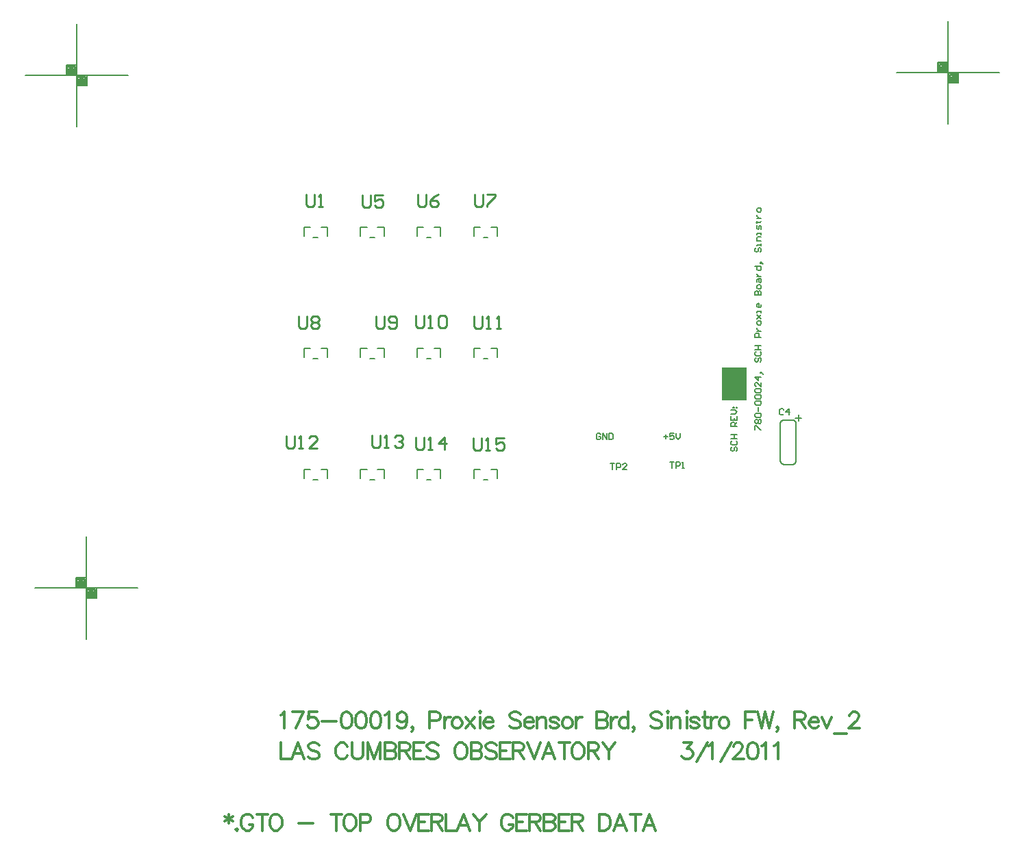
<source format=gto>
%FSLAX23Y23*%
%MOIN*%
G70*
G01*
G75*
G04 Layer_Color=65535*
%ADD10R,0.036X0.036*%
%ADD11R,0.048X0.078*%
%ADD12R,0.135X0.070*%
%ADD13C,0.010*%
%ADD14C,0.012*%
%ADD15C,0.008*%
%ADD16C,0.012*%
%ADD17C,0.012*%
%ADD18C,0.134*%
%ADD19C,0.047*%
%ADD20O,0.079X0.039*%
%ADD21O,0.079X0.039*%
%ADD22C,0.024*%
%ADD23C,0.040*%
%ADD24C,0.174*%
%ADD25C,0.087*%
%ADD26C,0.068*%
G04:AMPARAMS|DCode=27|XSize=87.559mil|YSize=87.559mil|CornerRadius=0mil|HoleSize=0mil|Usage=FLASHONLY|Rotation=0.000|XOffset=0mil|YOffset=0mil|HoleType=Round|Shape=Relief|Width=10mil|Gap=10mil|Entries=4|*
%AMTHD27*
7,0,0,0.088,0.068,0.010,45*
%
%ADD27THD27*%
G04:AMPARAMS|DCode=28|XSize=70mil|YSize=70mil|CornerRadius=0mil|HoleSize=0mil|Usage=FLASHONLY|Rotation=0.000|XOffset=0mil|YOffset=0mil|HoleType=Round|Shape=Relief|Width=10mil|Gap=10mil|Entries=4|*
%AMTHD28*
7,0,0,0.070,0.050,0.010,45*
%
%ADD28THD28*%
%ADD29C,0.050*%
%ADD30R,0.050X0.050*%
%ADD31R,0.050X0.050*%
%ADD32R,0.085X0.022*%
%ADD33C,0.025*%
%ADD34C,0.006*%
%ADD35C,0.007*%
%ADD36C,0.005*%
%ADD37R,0.122X0.163*%
D13*
X15905Y13122D02*
Y13072D01*
X15915Y13062D01*
X15935D01*
X15945Y13072D01*
Y13122D01*
X15965D02*
X16005D01*
Y13112D01*
X15965Y13072D01*
Y13062D01*
X15627Y13119D02*
Y13069D01*
X15637Y13059D01*
X15657D01*
X15667Y13069D01*
Y13119D01*
X15727D02*
X15707Y13109D01*
X15687Y13089D01*
Y13069D01*
X15697Y13059D01*
X15717D01*
X15727Y13069D01*
Y13079D01*
X15717Y13089D01*
X15687D01*
X15358Y13118D02*
Y13068D01*
X15368Y13058D01*
X15388D01*
X15398Y13068D01*
Y13118D01*
X15458D02*
X15418D01*
Y13088D01*
X15438Y13098D01*
X15448D01*
X15458Y13088D01*
Y13068D01*
X15448Y13058D01*
X15428D01*
X15418Y13068D01*
X15086Y13122D02*
Y13072D01*
X15096Y13062D01*
X15116D01*
X15126Y13072D01*
Y13122D01*
X15146Y13062D02*
X15166D01*
X15156D01*
Y13122D01*
X15146Y13112D01*
X15901Y12527D02*
Y12477D01*
X15911Y12467D01*
X15931D01*
X15941Y12477D01*
Y12527D01*
X15961Y12467D02*
X15981D01*
X15971D01*
Y12527D01*
X15961Y12517D01*
X16011Y12467D02*
X16031D01*
X16021D01*
Y12527D01*
X16011Y12517D01*
X15618Y12531D02*
Y12481D01*
X15628Y12471D01*
X15648D01*
X15658Y12481D01*
Y12531D01*
X15678Y12471D02*
X15698D01*
X15688D01*
Y12531D01*
X15678Y12521D01*
X15727D02*
X15737Y12531D01*
X15757D01*
X15767Y12521D01*
Y12481D01*
X15757Y12471D01*
X15737D01*
X15727Y12481D01*
Y12521D01*
X15425Y12527D02*
Y12477D01*
X15435Y12467D01*
X15455D01*
X15465Y12477D01*
Y12527D01*
X15485Y12477D02*
X15495Y12467D01*
X15515D01*
X15525Y12477D01*
Y12517D01*
X15515Y12527D01*
X15495D01*
X15485Y12517D01*
Y12507D01*
X15495Y12497D01*
X15525D01*
X15047Y12527D02*
Y12477D01*
X15057Y12467D01*
X15077D01*
X15087Y12477D01*
Y12527D01*
X15107Y12517D02*
X15117Y12527D01*
X15137D01*
X15147Y12517D01*
Y12507D01*
X15137Y12497D01*
X15147Y12487D01*
Y12477D01*
X15137Y12467D01*
X15117D01*
X15107Y12477D01*
Y12487D01*
X15117Y12497D01*
X15107Y12507D01*
Y12517D01*
X15117Y12497D02*
X15137D01*
X15897Y11933D02*
Y11883D01*
X15907Y11873D01*
X15927D01*
X15937Y11883D01*
Y11933D01*
X15957Y11873D02*
X15977D01*
X15967D01*
Y11933D01*
X15957Y11923D01*
X16047Y11933D02*
X16007D01*
Y11903D01*
X16027Y11913D01*
X16037D01*
X16047Y11903D01*
Y11883D01*
X16037Y11873D01*
X16017D01*
X16007Y11883D01*
X15618Y11937D02*
Y11887D01*
X15628Y11877D01*
X15648D01*
X15658Y11887D01*
Y11937D01*
X15678Y11877D02*
X15698D01*
X15688D01*
Y11937D01*
X15678Y11927D01*
X15757Y11877D02*
Y11937D01*
X15727Y11907D01*
X15767D01*
X15405Y11948D02*
Y11898D01*
X15415Y11888D01*
X15435D01*
X15445Y11898D01*
Y11948D01*
X15465Y11888D02*
X15485D01*
X15475D01*
Y11948D01*
X15465Y11938D01*
X15515D02*
X15525Y11948D01*
X15545D01*
X15555Y11938D01*
Y11928D01*
X15545Y11918D01*
X15535D01*
X15545D01*
X15555Y11908D01*
Y11898D01*
X15545Y11888D01*
X15525D01*
X15515Y11898D01*
X14988Y11944D02*
Y11894D01*
X14998Y11884D01*
X15018D01*
X15028Y11894D01*
Y11944D01*
X15048Y11884D02*
X15068D01*
X15058D01*
Y11944D01*
X15048Y11934D01*
X15138Y11884D02*
X15098D01*
X15138Y11924D01*
Y11934D01*
X15128Y11944D01*
X15108D01*
X15098Y11934D01*
D14*
X14708Y10102D02*
Y10056D01*
X14689Y10090D02*
X14727Y10067D01*
Y10090D02*
X14689Y10067D01*
X14747Y10029D02*
X14743Y10026D01*
X14747Y10022D01*
X14751Y10026D01*
X14747Y10029D01*
X14826Y10083D02*
X14822Y10090D01*
X14814Y10098D01*
X14807Y10102D01*
X14791D01*
X14784Y10098D01*
X14776Y10090D01*
X14772Y10083D01*
X14769Y10071D01*
Y10052D01*
X14772Y10041D01*
X14776Y10033D01*
X14784Y10026D01*
X14791Y10022D01*
X14807D01*
X14814Y10026D01*
X14822Y10033D01*
X14826Y10041D01*
Y10052D01*
X14807D02*
X14826D01*
X14871Y10102D02*
Y10022D01*
X14844Y10102D02*
X14897D01*
X14930D02*
X14922Y10098D01*
X14914Y10090D01*
X14911Y10083D01*
X14907Y10071D01*
Y10052D01*
X14911Y10041D01*
X14914Y10033D01*
X14922Y10026D01*
X14930Y10022D01*
X14945D01*
X14953Y10026D01*
X14960Y10033D01*
X14964Y10041D01*
X14968Y10052D01*
Y10071D01*
X14964Y10083D01*
X14960Y10090D01*
X14953Y10098D01*
X14945Y10102D01*
X14930D01*
X15049Y10056D02*
X15118D01*
X15231Y10102D02*
Y10022D01*
X15204Y10102D02*
X15258D01*
X15290D02*
X15282Y10098D01*
X15275Y10090D01*
X15271Y10083D01*
X15267Y10071D01*
Y10052D01*
X15271Y10041D01*
X15275Y10033D01*
X15282Y10026D01*
X15290Y10022D01*
X15305D01*
X15313Y10026D01*
X15320Y10033D01*
X15324Y10041D01*
X15328Y10052D01*
Y10071D01*
X15324Y10083D01*
X15320Y10090D01*
X15313Y10098D01*
X15305Y10102D01*
X15290D01*
X15347Y10060D02*
X15381D01*
X15392Y10064D01*
X15396Y10067D01*
X15400Y10075D01*
Y10086D01*
X15396Y10094D01*
X15392Y10098D01*
X15381Y10102D01*
X15347D01*
Y10022D01*
X15504Y10102D02*
X15496Y10098D01*
X15488Y10090D01*
X15485Y10083D01*
X15481Y10071D01*
Y10052D01*
X15485Y10041D01*
X15488Y10033D01*
X15496Y10026D01*
X15504Y10022D01*
X15519D01*
X15527Y10026D01*
X15534Y10033D01*
X15538Y10041D01*
X15542Y10052D01*
Y10071D01*
X15538Y10083D01*
X15534Y10090D01*
X15527Y10098D01*
X15519Y10102D01*
X15504D01*
X15560D02*
X15591Y10022D01*
X15621Y10102D02*
X15591Y10022D01*
X15681Y10102D02*
X15632D01*
Y10022D01*
X15681D01*
X15632Y10064D02*
X15662D01*
X15694Y10102D02*
Y10022D01*
Y10102D02*
X15729D01*
X15740Y10098D01*
X15744Y10094D01*
X15748Y10086D01*
Y10079D01*
X15744Y10071D01*
X15740Y10067D01*
X15729Y10064D01*
X15694D01*
X15721D02*
X15748Y10022D01*
X15766Y10102D02*
Y10022D01*
X15811D01*
X15881D02*
X15851Y10102D01*
X15820Y10022D01*
X15832Y10048D02*
X15870D01*
X15900Y10102D02*
X15930Y10064D01*
Y10022D01*
X15961Y10102D02*
X15930Y10064D01*
X16091Y10083D02*
X16087Y10090D01*
X16080Y10098D01*
X16072Y10102D01*
X16057D01*
X16049Y10098D01*
X16041Y10090D01*
X16038Y10083D01*
X16034Y10071D01*
Y10052D01*
X16038Y10041D01*
X16041Y10033D01*
X16049Y10026D01*
X16057Y10022D01*
X16072D01*
X16080Y10026D01*
X16087Y10033D01*
X16091Y10041D01*
Y10052D01*
X16072D02*
X16091D01*
X16159Y10102D02*
X16109D01*
Y10022D01*
X16159D01*
X16109Y10064D02*
X16140D01*
X16172Y10102D02*
Y10022D01*
Y10102D02*
X16206D01*
X16218Y10098D01*
X16222Y10094D01*
X16225Y10086D01*
Y10079D01*
X16222Y10071D01*
X16218Y10067D01*
X16206Y10064D01*
X16172D01*
X16199D02*
X16225Y10022D01*
X16243Y10102D02*
Y10022D01*
Y10102D02*
X16278D01*
X16289Y10098D01*
X16293Y10094D01*
X16297Y10086D01*
Y10079D01*
X16293Y10071D01*
X16289Y10067D01*
X16278Y10064D01*
X16243D02*
X16278D01*
X16289Y10060D01*
X16293Y10056D01*
X16297Y10048D01*
Y10037D01*
X16293Y10029D01*
X16289Y10026D01*
X16278Y10022D01*
X16243D01*
X16364Y10102D02*
X16315D01*
Y10022D01*
X16364D01*
X16315Y10064D02*
X16345D01*
X16377Y10102D02*
Y10022D01*
Y10102D02*
X16412D01*
X16423Y10098D01*
X16427Y10094D01*
X16431Y10086D01*
Y10079D01*
X16427Y10071D01*
X16423Y10067D01*
X16412Y10064D01*
X16377D01*
X16404D02*
X16431Y10022D01*
X16511Y10102D02*
Y10022D01*
Y10102D02*
X16538D01*
X16550Y10098D01*
X16557Y10090D01*
X16561Y10083D01*
X16565Y10071D01*
Y10052D01*
X16561Y10041D01*
X16557Y10033D01*
X16550Y10026D01*
X16538Y10022D01*
X16511D01*
X16644D02*
X16613Y10102D01*
X16583Y10022D01*
X16594Y10048D02*
X16632D01*
X16689Y10102D02*
Y10022D01*
X16662Y10102D02*
X16716D01*
X16786Y10022D02*
X16756Y10102D01*
X16725Y10022D01*
X16737Y10048D02*
X16775D01*
D15*
X17455Y11805D02*
X17465Y11809D01*
X17469Y11819D01*
X17393D02*
X17397Y11809D01*
X17407Y11805D01*
Y12021D02*
X17397Y12017D01*
X17393Y12007D01*
X17469D02*
X17465Y12017D01*
X17455Y12021D01*
X17393Y11819D02*
Y12007D01*
X17469Y11819D02*
Y12007D01*
X17407Y12021D02*
X17455D01*
X17407Y11805D02*
X17455D01*
X17958Y13715D02*
X18458D01*
X18208Y13465D02*
Y13965D01*
X18158Y13715D02*
Y13765D01*
X18208D01*
X18258Y13665D02*
Y13715D01*
X18208Y13665D02*
X18258D01*
X18213Y13710D02*
X18253D01*
Y13670D02*
Y13710D01*
X18213Y13670D02*
X18253D01*
X18213D02*
Y13710D01*
X18218Y13705D02*
X18248D01*
Y13675D02*
Y13705D01*
X18218Y13675D02*
X18248D01*
X18218D02*
Y13700D01*
X18223D02*
X18243D01*
Y13680D02*
Y13700D01*
X18223Y13680D02*
X18243D01*
X18223D02*
Y13695D01*
X18228D02*
X18238D01*
Y13685D02*
Y13695D01*
X18228Y13685D02*
X18238D01*
X18228D02*
Y13695D01*
Y13690D02*
X18238D01*
X18163Y13760D02*
X18203D01*
Y13720D02*
Y13760D01*
X18163Y13720D02*
X18203D01*
X18163D02*
Y13760D01*
X18168Y13755D02*
X18198D01*
Y13725D02*
Y13755D01*
X18168Y13725D02*
X18198D01*
X18168D02*
Y13750D01*
X18173D02*
X18193D01*
Y13730D02*
Y13750D01*
X18173Y13730D02*
X18193D01*
X18173D02*
Y13745D01*
X18178D02*
X18188D01*
Y13735D02*
Y13745D01*
X18178Y13735D02*
X18188D01*
X18178D02*
Y13745D01*
Y13740D02*
X18188D01*
X13765Y11203D02*
X14265D01*
X14015Y10953D02*
Y11453D01*
X13965Y11203D02*
Y11253D01*
X14015D01*
X14065Y11153D02*
Y11203D01*
X14015Y11153D02*
X14065D01*
X14020Y11198D02*
X14060D01*
Y11158D02*
Y11198D01*
X14020Y11158D02*
X14060D01*
X14020D02*
Y11198D01*
X14025Y11193D02*
X14055D01*
Y11163D02*
Y11193D01*
X14025Y11163D02*
X14055D01*
X14025D02*
Y11188D01*
X14030D02*
X14050D01*
Y11168D02*
Y11188D01*
X14030Y11168D02*
X14050D01*
X14030D02*
Y11183D01*
X14035D02*
X14045D01*
Y11173D02*
Y11183D01*
X14035Y11173D02*
X14045D01*
X14035D02*
Y11183D01*
Y11178D02*
X14045D01*
X13970Y11248D02*
X14010D01*
Y11208D02*
Y11248D01*
X13970Y11208D02*
X14010D01*
X13970D02*
Y11248D01*
X13975Y11243D02*
X14005D01*
Y11213D02*
Y11243D01*
X13975Y11213D02*
X14005D01*
X13975D02*
Y11238D01*
X13980D02*
X14000D01*
Y11218D02*
Y11238D01*
X13980Y11218D02*
X14000D01*
X13980D02*
Y11233D01*
X13985D02*
X13995D01*
Y11223D02*
Y11233D01*
X13985Y11223D02*
X13995D01*
X13985D02*
Y11233D01*
Y11228D02*
X13995D01*
X13718Y13699D02*
X14218D01*
X13968Y13449D02*
Y13949D01*
X13918Y13699D02*
Y13749D01*
X13968D01*
X14018Y13649D02*
Y13699D01*
X13968Y13649D02*
X14018D01*
X13973Y13694D02*
X14013D01*
Y13654D02*
Y13694D01*
X13973Y13654D02*
X14013D01*
X13973D02*
Y13694D01*
X13978Y13689D02*
X14008D01*
Y13659D02*
Y13689D01*
X13978Y13659D02*
X14008D01*
X13978D02*
Y13684D01*
X13983D02*
X14003D01*
Y13664D02*
Y13684D01*
X13983Y13664D02*
X14003D01*
X13983D02*
Y13679D01*
X13988D02*
X13998D01*
Y13669D02*
Y13679D01*
X13988Y13669D02*
X13998D01*
X13988D02*
Y13679D01*
Y13674D02*
X13998D01*
X13923Y13744D02*
X13963D01*
Y13704D02*
Y13744D01*
X13923Y13704D02*
X13963D01*
X13923D02*
Y13744D01*
X13928Y13739D02*
X13958D01*
Y13709D02*
Y13739D01*
X13928Y13709D02*
X13958D01*
X13928D02*
Y13734D01*
X13933D02*
X13953D01*
Y13714D02*
Y13734D01*
X13933Y13714D02*
X13953D01*
X13933D02*
Y13729D01*
X13938D02*
X13948D01*
Y13719D02*
Y13729D01*
X13938Y13719D02*
X13948D01*
X13938D02*
Y13729D01*
Y13724D02*
X13948D01*
D16*
X14961Y10584D02*
X14969Y10588D01*
X14980Y10599D01*
Y10519D01*
X15073Y10599D02*
X15035Y10519D01*
X15020Y10599D02*
X15073D01*
X15137D02*
X15099D01*
X15095Y10565D01*
X15099Y10569D01*
X15110Y10573D01*
X15121D01*
X15133Y10569D01*
X15140Y10561D01*
X15144Y10550D01*
Y10542D01*
X15140Y10531D01*
X15133Y10523D01*
X15121Y10519D01*
X15110D01*
X15099Y10523D01*
X15095Y10527D01*
X15091Y10535D01*
X15162Y10554D02*
X15231D01*
X15277Y10599D02*
X15266Y10595D01*
X15258Y10584D01*
X15254Y10565D01*
Y10554D01*
X15258Y10535D01*
X15266Y10523D01*
X15277Y10519D01*
X15285D01*
X15296Y10523D01*
X15304Y10535D01*
X15308Y10554D01*
Y10565D01*
X15304Y10584D01*
X15296Y10595D01*
X15285Y10599D01*
X15277D01*
X15348D02*
X15337Y10595D01*
X15329Y10584D01*
X15326Y10565D01*
Y10554D01*
X15329Y10535D01*
X15337Y10523D01*
X15348Y10519D01*
X15356D01*
X15367Y10523D01*
X15375Y10535D01*
X15379Y10554D01*
Y10565D01*
X15375Y10584D01*
X15367Y10595D01*
X15356Y10599D01*
X15348D01*
X15420D02*
X15408Y10595D01*
X15401Y10584D01*
X15397Y10565D01*
Y10554D01*
X15401Y10535D01*
X15408Y10523D01*
X15420Y10519D01*
X15427D01*
X15439Y10523D01*
X15446Y10535D01*
X15450Y10554D01*
Y10565D01*
X15446Y10584D01*
X15439Y10595D01*
X15427Y10599D01*
X15420D01*
X15468Y10584D02*
X15476Y10588D01*
X15487Y10599D01*
Y10519D01*
X15576Y10573D02*
X15572Y10561D01*
X15565Y10554D01*
X15553Y10550D01*
X15549D01*
X15538Y10554D01*
X15530Y10561D01*
X15527Y10573D01*
Y10576D01*
X15530Y10588D01*
X15538Y10595D01*
X15549Y10599D01*
X15553D01*
X15565Y10595D01*
X15572Y10588D01*
X15576Y10573D01*
Y10554D01*
X15572Y10535D01*
X15565Y10523D01*
X15553Y10519D01*
X15546D01*
X15534Y10523D01*
X15530Y10531D01*
X15605Y10523D02*
X15602Y10519D01*
X15598Y10523D01*
X15602Y10527D01*
X15605Y10523D01*
Y10515D01*
X15602Y10508D01*
X15598Y10504D01*
X15686Y10557D02*
X15720D01*
X15732Y10561D01*
X15735Y10565D01*
X15739Y10573D01*
Y10584D01*
X15735Y10592D01*
X15732Y10595D01*
X15720Y10599D01*
X15686D01*
Y10519D01*
X15757Y10573D02*
Y10519D01*
Y10550D02*
X15761Y10561D01*
X15768Y10569D01*
X15776Y10573D01*
X15788D01*
X15814D02*
X15806Y10569D01*
X15799Y10561D01*
X15795Y10550D01*
Y10542D01*
X15799Y10531D01*
X15806Y10523D01*
X15814Y10519D01*
X15825D01*
X15833Y10523D01*
X15840Y10531D01*
X15844Y10542D01*
Y10550D01*
X15840Y10561D01*
X15833Y10569D01*
X15825Y10573D01*
X15814D01*
X15862D02*
X15904Y10519D01*
Y10573D02*
X15862Y10519D01*
X15928Y10599D02*
X15932Y10595D01*
X15936Y10599D01*
X15932Y10603D01*
X15928Y10599D01*
X15932Y10573D02*
Y10519D01*
X15950Y10550D02*
X15995D01*
Y10557D01*
X15992Y10565D01*
X15988Y10569D01*
X15980Y10573D01*
X15969D01*
X15961Y10569D01*
X15954Y10561D01*
X15950Y10550D01*
Y10542D01*
X15954Y10531D01*
X15961Y10523D01*
X15969Y10519D01*
X15980D01*
X15988Y10523D01*
X15995Y10531D01*
X16129Y10588D02*
X16121Y10595D01*
X16110Y10599D01*
X16095D01*
X16083Y10595D01*
X16075Y10588D01*
Y10580D01*
X16079Y10573D01*
X16083Y10569D01*
X16091Y10565D01*
X16114Y10557D01*
X16121Y10554D01*
X16125Y10550D01*
X16129Y10542D01*
Y10531D01*
X16121Y10523D01*
X16110Y10519D01*
X16095D01*
X16083Y10523D01*
X16075Y10531D01*
X16147Y10550D02*
X16192D01*
Y10557D01*
X16189Y10565D01*
X16185Y10569D01*
X16177Y10573D01*
X16166D01*
X16158Y10569D01*
X16150Y10561D01*
X16147Y10550D01*
Y10542D01*
X16150Y10531D01*
X16158Y10523D01*
X16166Y10519D01*
X16177D01*
X16185Y10523D01*
X16192Y10531D01*
X16210Y10573D02*
Y10519D01*
Y10557D02*
X16221Y10569D01*
X16229Y10573D01*
X16240D01*
X16248Y10569D01*
X16251Y10557D01*
Y10519D01*
X16314Y10561D02*
X16310Y10569D01*
X16299Y10573D01*
X16288D01*
X16276Y10569D01*
X16272Y10561D01*
X16276Y10554D01*
X16284Y10550D01*
X16303Y10546D01*
X16310Y10542D01*
X16314Y10535D01*
Y10531D01*
X16310Y10523D01*
X16299Y10519D01*
X16288D01*
X16276Y10523D01*
X16272Y10531D01*
X16350Y10573D02*
X16342Y10569D01*
X16335Y10561D01*
X16331Y10550D01*
Y10542D01*
X16335Y10531D01*
X16342Y10523D01*
X16350Y10519D01*
X16361D01*
X16369Y10523D01*
X16377Y10531D01*
X16381Y10542D01*
Y10550D01*
X16377Y10561D01*
X16369Y10569D01*
X16361Y10573D01*
X16350D01*
X16398D02*
Y10519D01*
Y10550D02*
X16402Y10561D01*
X16409Y10569D01*
X16417Y10573D01*
X16429D01*
X16499Y10599D02*
Y10519D01*
Y10599D02*
X16533D01*
X16544Y10595D01*
X16548Y10592D01*
X16552Y10584D01*
Y10576D01*
X16548Y10569D01*
X16544Y10565D01*
X16533Y10561D01*
X16499D02*
X16533D01*
X16544Y10557D01*
X16548Y10554D01*
X16552Y10546D01*
Y10535D01*
X16548Y10527D01*
X16544Y10523D01*
X16533Y10519D01*
X16499D01*
X16570Y10573D02*
Y10519D01*
Y10550D02*
X16574Y10561D01*
X16581Y10569D01*
X16589Y10573D01*
X16600D01*
X16653Y10599D02*
Y10519D01*
Y10561D02*
X16646Y10569D01*
X16638Y10573D01*
X16627D01*
X16619Y10569D01*
X16611Y10561D01*
X16608Y10550D01*
Y10542D01*
X16611Y10531D01*
X16619Y10523D01*
X16627Y10519D01*
X16638D01*
X16646Y10523D01*
X16653Y10531D01*
X16682Y10523D02*
X16678Y10519D01*
X16675Y10523D01*
X16678Y10527D01*
X16682Y10523D01*
Y10515D01*
X16678Y10508D01*
X16675Y10504D01*
X16816Y10588D02*
X16808Y10595D01*
X16797Y10599D01*
X16782D01*
X16770Y10595D01*
X16763Y10588D01*
Y10580D01*
X16766Y10573D01*
X16770Y10569D01*
X16778Y10565D01*
X16801Y10557D01*
X16808Y10554D01*
X16812Y10550D01*
X16816Y10542D01*
Y10531D01*
X16808Y10523D01*
X16797Y10519D01*
X16782D01*
X16770Y10523D01*
X16763Y10531D01*
X16841Y10599D02*
X16845Y10595D01*
X16849Y10599D01*
X16845Y10603D01*
X16841Y10599D01*
X16845Y10573D02*
Y10519D01*
X16863Y10573D02*
Y10519D01*
Y10557D02*
X16875Y10569D01*
X16882Y10573D01*
X16894D01*
X16901Y10569D01*
X16905Y10557D01*
Y10519D01*
X16934Y10599D02*
X16937Y10595D01*
X16941Y10599D01*
X16937Y10603D01*
X16934Y10599D01*
X16937Y10573D02*
Y10519D01*
X16997Y10561D02*
X16993Y10569D01*
X16982Y10573D01*
X16971D01*
X16959Y10569D01*
X16955Y10561D01*
X16959Y10554D01*
X16967Y10550D01*
X16986Y10546D01*
X16993Y10542D01*
X16997Y10535D01*
Y10531D01*
X16993Y10523D01*
X16982Y10519D01*
X16971D01*
X16959Y10523D01*
X16955Y10531D01*
X17025Y10599D02*
Y10535D01*
X17029Y10523D01*
X17037Y10519D01*
X17044D01*
X17014Y10573D02*
X17041D01*
X17056D02*
Y10519D01*
Y10550D02*
X17060Y10561D01*
X17067Y10569D01*
X17075Y10573D01*
X17086D01*
X17113D02*
X17105Y10569D01*
X17097Y10561D01*
X17094Y10550D01*
Y10542D01*
X17097Y10531D01*
X17105Y10523D01*
X17113Y10519D01*
X17124D01*
X17132Y10523D01*
X17139Y10531D01*
X17143Y10542D01*
Y10550D01*
X17139Y10561D01*
X17132Y10569D01*
X17124Y10573D01*
X17113D01*
X17223Y10599D02*
Y10519D01*
Y10599D02*
X17273D01*
X17223Y10561D02*
X17254D01*
X17282Y10599D02*
X17301Y10519D01*
X17320Y10599D02*
X17301Y10519D01*
X17320Y10599D02*
X17339Y10519D01*
X17358Y10599D02*
X17339Y10519D01*
X17382Y10523D02*
X17378Y10519D01*
X17374Y10523D01*
X17378Y10527D01*
X17382Y10523D01*
Y10515D01*
X17378Y10508D01*
X17374Y10504D01*
X17462Y10599D02*
Y10519D01*
Y10599D02*
X17496D01*
X17508Y10595D01*
X17512Y10592D01*
X17516Y10584D01*
Y10576D01*
X17512Y10569D01*
X17508Y10565D01*
X17496Y10561D01*
X17462D01*
X17489D02*
X17516Y10519D01*
X17533Y10550D02*
X17579D01*
Y10557D01*
X17575Y10565D01*
X17572Y10569D01*
X17564Y10573D01*
X17552D01*
X17545Y10569D01*
X17537Y10561D01*
X17533Y10550D01*
Y10542D01*
X17537Y10531D01*
X17545Y10523D01*
X17552Y10519D01*
X17564D01*
X17572Y10523D01*
X17579Y10531D01*
X17596Y10573D02*
X17619Y10519D01*
X17642Y10573D02*
X17619Y10519D01*
X17655Y10493D02*
X17716D01*
X17730Y10580D02*
Y10584D01*
X17734Y10592D01*
X17738Y10595D01*
X17745Y10599D01*
X17760D01*
X17768Y10595D01*
X17772Y10592D01*
X17776Y10584D01*
Y10576D01*
X17772Y10569D01*
X17764Y10557D01*
X17726Y10519D01*
X17779D01*
D17*
X14961Y10449D02*
Y10369D01*
X15007D01*
X15076D02*
X15046Y10449D01*
X15015Y10369D01*
X15027Y10396D02*
X15065D01*
X15148Y10438D02*
X15141Y10445D01*
X15129Y10449D01*
X15114D01*
X15103Y10445D01*
X15095Y10438D01*
Y10430D01*
X15099Y10423D01*
X15103Y10419D01*
X15110Y10415D01*
X15133Y10407D01*
X15141Y10404D01*
X15145Y10400D01*
X15148Y10392D01*
Y10381D01*
X15141Y10373D01*
X15129Y10369D01*
X15114D01*
X15103Y10373D01*
X15095Y10381D01*
X15286Y10430D02*
X15282Y10438D01*
X15275Y10445D01*
X15267Y10449D01*
X15252D01*
X15244Y10445D01*
X15237Y10438D01*
X15233Y10430D01*
X15229Y10419D01*
Y10400D01*
X15233Y10388D01*
X15237Y10381D01*
X15244Y10373D01*
X15252Y10369D01*
X15267D01*
X15275Y10373D01*
X15282Y10381D01*
X15286Y10388D01*
X15309Y10449D02*
Y10392D01*
X15313Y10381D01*
X15320Y10373D01*
X15332Y10369D01*
X15339D01*
X15351Y10373D01*
X15358Y10381D01*
X15362Y10392D01*
Y10449D01*
X15384D02*
Y10369D01*
Y10449D02*
X15415Y10369D01*
X15445Y10449D02*
X15415Y10369D01*
X15445Y10449D02*
Y10369D01*
X15468Y10449D02*
Y10369D01*
Y10449D02*
X15502D01*
X15514Y10445D01*
X15517Y10442D01*
X15521Y10434D01*
Y10426D01*
X15517Y10419D01*
X15514Y10415D01*
X15502Y10411D01*
X15468D02*
X15502D01*
X15514Y10407D01*
X15517Y10404D01*
X15521Y10396D01*
Y10385D01*
X15517Y10377D01*
X15514Y10373D01*
X15502Y10369D01*
X15468D01*
X15539Y10449D02*
Y10369D01*
Y10449D02*
X15573D01*
X15585Y10445D01*
X15589Y10442D01*
X15593Y10434D01*
Y10426D01*
X15589Y10419D01*
X15585Y10415D01*
X15573Y10411D01*
X15539D01*
X15566D02*
X15593Y10369D01*
X15660Y10449D02*
X15610D01*
Y10369D01*
X15660D01*
X15610Y10411D02*
X15641D01*
X15727Y10438D02*
X15719Y10445D01*
X15708Y10449D01*
X15692D01*
X15681Y10445D01*
X15673Y10438D01*
Y10430D01*
X15677Y10423D01*
X15681Y10419D01*
X15688Y10415D01*
X15711Y10407D01*
X15719Y10404D01*
X15723Y10400D01*
X15727Y10392D01*
Y10381D01*
X15719Y10373D01*
X15708Y10369D01*
X15692D01*
X15681Y10373D01*
X15673Y10381D01*
X15830Y10449D02*
X15823Y10445D01*
X15815Y10438D01*
X15811Y10430D01*
X15807Y10419D01*
Y10400D01*
X15811Y10388D01*
X15815Y10381D01*
X15823Y10373D01*
X15830Y10369D01*
X15845D01*
X15853Y10373D01*
X15861Y10381D01*
X15864Y10388D01*
X15868Y10400D01*
Y10419D01*
X15864Y10430D01*
X15861Y10438D01*
X15853Y10445D01*
X15845Y10449D01*
X15830D01*
X15887D02*
Y10369D01*
Y10449D02*
X15921D01*
X15933Y10445D01*
X15936Y10442D01*
X15940Y10434D01*
Y10426D01*
X15936Y10419D01*
X15933Y10415D01*
X15921Y10411D01*
X15887D02*
X15921D01*
X15933Y10407D01*
X15936Y10404D01*
X15940Y10396D01*
Y10385D01*
X15936Y10377D01*
X15933Y10373D01*
X15921Y10369D01*
X15887D01*
X16011Y10438D02*
X16004Y10445D01*
X15992Y10449D01*
X15977D01*
X15966Y10445D01*
X15958Y10438D01*
Y10430D01*
X15962Y10423D01*
X15966Y10419D01*
X15973Y10415D01*
X15996Y10407D01*
X16004Y10404D01*
X16008Y10400D01*
X16011Y10392D01*
Y10381D01*
X16004Y10373D01*
X15992Y10369D01*
X15977D01*
X15966Y10373D01*
X15958Y10381D01*
X16079Y10449D02*
X16029D01*
Y10369D01*
X16079D01*
X16029Y10411D02*
X16060D01*
X16092Y10449D02*
Y10369D01*
Y10449D02*
X16126D01*
X16138Y10445D01*
X16142Y10442D01*
X16146Y10434D01*
Y10426D01*
X16142Y10419D01*
X16138Y10415D01*
X16126Y10411D01*
X16092D01*
X16119D02*
X16146Y10369D01*
X16163Y10449D02*
X16194Y10369D01*
X16224Y10449D02*
X16194Y10369D01*
X16296D02*
X16265Y10449D01*
X16235Y10369D01*
X16246Y10396D02*
X16284D01*
X16341Y10449D02*
Y10369D01*
X16314Y10449D02*
X16368D01*
X16400D02*
X16392Y10445D01*
X16385Y10438D01*
X16381Y10430D01*
X16377Y10419D01*
Y10400D01*
X16381Y10388D01*
X16385Y10381D01*
X16392Y10373D01*
X16400Y10369D01*
X16415D01*
X16423Y10373D01*
X16430Y10381D01*
X16434Y10388D01*
X16438Y10400D01*
Y10419D01*
X16434Y10430D01*
X16430Y10438D01*
X16423Y10445D01*
X16415Y10449D01*
X16400D01*
X16457D02*
Y10369D01*
Y10449D02*
X16491D01*
X16502Y10445D01*
X16506Y10442D01*
X16510Y10434D01*
Y10426D01*
X16506Y10419D01*
X16502Y10415D01*
X16491Y10411D01*
X16457D01*
X16483D02*
X16510Y10369D01*
X16528Y10449D02*
X16558Y10411D01*
Y10369D01*
X16589Y10449D02*
X16558Y10411D01*
X16921Y10449D02*
X16963D01*
X16940Y10419D01*
X16951D01*
X16959Y10415D01*
X16963Y10411D01*
X16967Y10400D01*
Y10392D01*
X16963Y10381D01*
X16955Y10373D01*
X16944Y10369D01*
X16932D01*
X16921Y10373D01*
X16917Y10377D01*
X16913Y10385D01*
X16985Y10358D02*
X17038Y10449D01*
X17043Y10434D02*
X17051Y10438D01*
X17062Y10449D01*
Y10369D01*
X17102Y10358D02*
X17155Y10449D01*
X17164Y10430D02*
Y10434D01*
X17168Y10442D01*
X17172Y10445D01*
X17180Y10449D01*
X17195D01*
X17202Y10445D01*
X17206Y10442D01*
X17210Y10434D01*
Y10426D01*
X17206Y10419D01*
X17199Y10407D01*
X17161Y10369D01*
X17214D01*
X17255Y10449D02*
X17243Y10445D01*
X17236Y10434D01*
X17232Y10415D01*
Y10404D01*
X17236Y10385D01*
X17243Y10373D01*
X17255Y10369D01*
X17262D01*
X17274Y10373D01*
X17281Y10385D01*
X17285Y10404D01*
Y10415D01*
X17281Y10434D01*
X17274Y10445D01*
X17262Y10449D01*
X17255D01*
X17303Y10434D02*
X17311Y10438D01*
X17322Y10449D01*
Y10369D01*
X17362Y10434D02*
X17369Y10438D01*
X17381Y10449D01*
Y10369D01*
D34*
X15947Y12911D02*
X15969D01*
X15901Y12961D02*
X15932D01*
X15984D02*
X16015D01*
X15901Y12918D02*
Y12961D01*
X16015Y12918D02*
Y12961D01*
X15671Y12911D02*
X15693D01*
X15625Y12961D02*
X15656D01*
X15708D02*
X15739D01*
X15625Y12918D02*
Y12961D01*
X15739Y12918D02*
Y12961D01*
X15396Y12911D02*
X15418D01*
X15350Y12961D02*
X15381D01*
X15433D02*
X15464D01*
X15350Y12918D02*
Y12961D01*
X15464Y12918D02*
Y12961D01*
X15120Y12911D02*
X15142D01*
X15074Y12961D02*
X15105D01*
X15157D02*
X15188D01*
X15074Y12918D02*
Y12961D01*
X15188Y12918D02*
Y12961D01*
X15947Y12321D02*
X15969D01*
X15901Y12371D02*
X15932D01*
X15984D02*
X16015D01*
X15901Y12328D02*
Y12371D01*
X16015Y12328D02*
Y12371D01*
X15671Y12321D02*
X15693D01*
X15625Y12371D02*
X15656D01*
X15708D02*
X15739D01*
X15625Y12328D02*
Y12371D01*
X15739Y12328D02*
Y12371D01*
X15396Y12321D02*
X15418D01*
X15350Y12371D02*
X15381D01*
X15433D02*
X15464D01*
X15350Y12328D02*
Y12371D01*
X15464Y12328D02*
Y12371D01*
X15120Y12321D02*
X15142D01*
X15074Y12371D02*
X15105D01*
X15157D02*
X15188D01*
X15074Y12328D02*
Y12371D01*
X15188Y12328D02*
Y12371D01*
X15947Y11730D02*
X15969D01*
X15901Y11780D02*
X15932D01*
X15984D02*
X16015D01*
X15901Y11737D02*
Y11780D01*
X16015Y11737D02*
Y11780D01*
X15671Y11730D02*
X15693D01*
X15625Y11780D02*
X15656D01*
X15708D02*
X15739D01*
X15625Y11737D02*
Y11780D01*
X15739Y11737D02*
Y11780D01*
X15396Y11730D02*
X15418D01*
X15350Y11780D02*
X15381D01*
X15433D02*
X15464D01*
X15350Y11737D02*
Y11780D01*
X15464Y11737D02*
Y11780D01*
X15120Y11730D02*
X15142D01*
X15074Y11780D02*
X15105D01*
X15157D02*
X15188D01*
X15074Y11737D02*
Y11780D01*
X15188Y11737D02*
Y11780D01*
D35*
X17481Y12017D02*
Y12047D01*
X17466Y12032D02*
X17496D01*
D36*
X17409Y12071D02*
X17404Y12076D01*
X17394D01*
X17389Y12071D01*
Y12051D01*
X17394Y12046D01*
X17404D01*
X17409Y12051D01*
X17434Y12046D02*
Y12076D01*
X17419Y12061D01*
X17439D01*
X16854Y11818D02*
X16874D01*
X16864D01*
Y11788D01*
X16884D02*
Y11818D01*
X16899D01*
X16904Y11813D01*
Y11803D01*
X16899Y11798D01*
X16884D01*
X16914Y11788D02*
X16924D01*
X16919D01*
Y11818D01*
X16914Y11813D01*
X16566Y11809D02*
X16586D01*
X16576D01*
Y11779D01*
X16596D02*
Y11809D01*
X16611D01*
X16616Y11804D01*
Y11794D01*
X16611Y11789D01*
X16596D01*
X16646Y11779D02*
X16626D01*
X16646Y11799D01*
Y11804D01*
X16641Y11809D01*
X16631D01*
X16626Y11804D01*
X16517Y11952D02*
X16512Y11957D01*
X16502D01*
X16497Y11952D01*
Y11932D01*
X16502Y11927D01*
X16512D01*
X16517Y11932D01*
Y11942D01*
X16507D01*
X16527Y11927D02*
Y11957D01*
X16547Y11927D01*
Y11957D01*
X16557D02*
Y11927D01*
X16572D01*
X16577Y11932D01*
Y11952D01*
X16572Y11957D01*
X16557D01*
X16825Y11941D02*
X16845D01*
X16835Y11951D02*
Y11931D01*
X16875Y11956D02*
X16855D01*
Y11941D01*
X16865Y11946D01*
X16870D01*
X16875Y11941D01*
Y11931D01*
X16870Y11926D01*
X16860D01*
X16855Y11931D01*
X16885Y11956D02*
Y11936D01*
X16895Y11926D01*
X16905Y11936D01*
Y11956D01*
X17269Y11974D02*
Y11994D01*
X17274D01*
X17294Y11974D01*
X17299D01*
X17274Y12004D02*
X17269Y12009D01*
Y12019D01*
X17274Y12024D01*
X17279D01*
X17284Y12019D01*
X17289Y12024D01*
X17294D01*
X17299Y12019D01*
Y12009D01*
X17294Y12004D01*
X17289D01*
X17284Y12009D01*
X17279Y12004D01*
X17274D01*
X17284Y12009D02*
Y12019D01*
X17274Y12034D02*
X17269Y12039D01*
Y12049D01*
X17274Y12054D01*
X17294D01*
X17299Y12049D01*
Y12039D01*
X17294Y12034D01*
X17274D01*
X17284Y12064D02*
Y12084D01*
X17274Y12094D02*
X17269Y12099D01*
Y12109D01*
X17274Y12114D01*
X17294D01*
X17299Y12109D01*
Y12099D01*
X17294Y12094D01*
X17274D01*
Y12124D02*
X17269Y12129D01*
Y12139D01*
X17274Y12144D01*
X17294D01*
X17299Y12139D01*
Y12129D01*
X17294Y12124D01*
X17274D01*
Y12154D02*
X17269Y12159D01*
Y12169D01*
X17274Y12174D01*
X17294D01*
X17299Y12169D01*
Y12159D01*
X17294Y12154D01*
X17274D01*
X17299Y12204D02*
Y12184D01*
X17279Y12204D01*
X17274D01*
X17269Y12199D01*
Y12189D01*
X17274Y12184D01*
X17299Y12229D02*
X17269D01*
X17284Y12214D01*
Y12234D01*
X17304Y12249D02*
X17299Y12254D01*
X17294D01*
Y12249D01*
X17299D01*
Y12254D01*
X17304Y12249D01*
X17309Y12244D01*
X17274Y12324D02*
X17269Y12319D01*
Y12309D01*
X17274Y12304D01*
X17279D01*
X17284Y12309D01*
Y12319D01*
X17289Y12324D01*
X17294D01*
X17299Y12319D01*
Y12309D01*
X17294Y12304D01*
X17274Y12354D02*
X17269Y12349D01*
Y12339D01*
X17274Y12334D01*
X17294D01*
X17299Y12339D01*
Y12349D01*
X17294Y12354D01*
X17269Y12364D02*
X17299D01*
X17284D01*
Y12384D01*
X17269D01*
X17299D01*
Y12424D02*
X17269D01*
Y12439D01*
X17274Y12444D01*
X17284D01*
X17289Y12439D01*
Y12424D01*
X17279Y12454D02*
X17299D01*
X17289D01*
X17284Y12459D01*
X17279Y12464D01*
Y12469D01*
X17299Y12489D02*
Y12499D01*
X17294Y12504D01*
X17284D01*
X17279Y12499D01*
Y12489D01*
X17284Y12484D01*
X17294D01*
X17299Y12489D01*
X17279Y12514D02*
X17299Y12534D01*
X17289Y12524D01*
X17279Y12534D01*
X17299Y12514D01*
Y12544D02*
Y12554D01*
Y12549D01*
X17279D01*
Y12544D01*
X17299Y12584D02*
Y12574D01*
X17294Y12569D01*
X17284D01*
X17279Y12574D01*
Y12584D01*
X17284Y12589D01*
X17289D01*
Y12569D01*
X17269Y12629D02*
X17299D01*
Y12644D01*
X17294Y12649D01*
X17289D01*
X17284Y12644D01*
Y12629D01*
Y12644D01*
X17279Y12649D01*
X17274D01*
X17269Y12644D01*
Y12629D01*
X17299Y12664D02*
Y12674D01*
X17294Y12679D01*
X17284D01*
X17279Y12674D01*
Y12664D01*
X17284Y12659D01*
X17294D01*
X17299Y12664D01*
X17279Y12694D02*
Y12704D01*
X17284Y12709D01*
X17299D01*
Y12694D01*
X17294Y12689D01*
X17289Y12694D01*
Y12709D01*
X17279Y12719D02*
X17299D01*
X17289D01*
X17284Y12724D01*
X17279Y12729D01*
Y12734D01*
X17269Y12769D02*
X17299D01*
Y12754D01*
X17294Y12749D01*
X17284D01*
X17279Y12754D01*
Y12769D01*
X17304Y12784D02*
X17299Y12789D01*
X17294D01*
Y12784D01*
X17299D01*
Y12789D01*
X17304Y12784D01*
X17309Y12779D01*
X17274Y12859D02*
X17269Y12854D01*
Y12844D01*
X17274Y12839D01*
X17279D01*
X17284Y12844D01*
Y12854D01*
X17289Y12859D01*
X17294D01*
X17299Y12854D01*
Y12844D01*
X17294Y12839D01*
X17299Y12869D02*
Y12879D01*
Y12874D01*
X17279D01*
Y12869D01*
X17299Y12894D02*
X17279D01*
Y12909D01*
X17284Y12914D01*
X17299D01*
Y12924D02*
Y12934D01*
Y12929D01*
X17279D01*
Y12924D01*
X17299Y12949D02*
Y12964D01*
X17294Y12969D01*
X17289Y12964D01*
Y12954D01*
X17284Y12949D01*
X17279Y12954D01*
Y12969D01*
X17274Y12984D02*
X17279D01*
Y12979D01*
Y12989D01*
Y12984D01*
X17294D01*
X17299Y12989D01*
X17279Y13004D02*
X17299D01*
X17289D01*
X17284Y13009D01*
X17279Y13014D01*
Y13019D01*
X17299Y13039D02*
Y13049D01*
X17294Y13054D01*
X17284D01*
X17279Y13049D01*
Y13039D01*
X17284Y13034D01*
X17294D01*
X17299Y13039D01*
X17158Y11890D02*
X17153Y11885D01*
Y11875D01*
X17158Y11870D01*
X17163D01*
X17168Y11875D01*
Y11885D01*
X17173Y11890D01*
X17178D01*
X17183Y11885D01*
Y11875D01*
X17178Y11870D01*
X17158Y11920D02*
X17153Y11915D01*
Y11905D01*
X17158Y11900D01*
X17178D01*
X17183Y11905D01*
Y11915D01*
X17178Y11920D01*
X17153Y11930D02*
X17183D01*
X17168D01*
Y11950D01*
X17153D01*
X17183D01*
Y11990D02*
X17153D01*
Y12005D01*
X17158Y12010D01*
X17168D01*
X17173Y12005D01*
Y11990D01*
Y12000D02*
X17183Y12010D01*
X17153Y12040D02*
Y12020D01*
X17183D01*
Y12040D01*
X17168Y12020D02*
Y12030D01*
X17153Y12050D02*
X17173D01*
X17183Y12060D01*
X17173Y12070D01*
X17153D01*
X17163Y12080D02*
Y12085D01*
X17168D01*
Y12080D01*
X17163D01*
X17178D02*
Y12085D01*
X17183D01*
Y12080D01*
X17178D01*
D37*
X17167Y12198D02*
D03*
M02*

</source>
